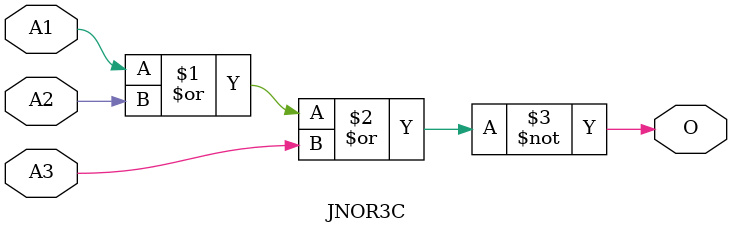
<source format=v>

/******************************************************************************/ 
/*                                                                            */ 
/* Copyright (c) 1999 Sun Microsystems, Inc. All rights reserved.             */ 
/*                                                                            */ 
/* The contents of this file are subject to the current version of the Sun    */ 
/* Community Source License, microSPARCII ("the License"). You may not use    */ 
/* this file except in compliance with the License.  You may obtain a copy    */ 
/* of the License by searching for "Sun Community Source License" on the      */ 
/* World Wide Web at http://www.sun.com. See the License for the rights,      */ 
/* obligations, and limitations governing use of the contents of this file.   */ 
/*                                                                            */ 
/* Sun Microsystems, Inc. has intellectual property rights relating to the    */ 
/* technology embodied in these files. In particular, and without limitation, */ 
/* these intellectual property rights may include one or more U.S. patents,   */ 
/* foreign patents, or pending applications.                                  */ 
/*                                                                            */ 
/* Sun, Sun Microsystems, the Sun logo, all Sun-based trademarks and logos,   */ 
/* Solaris, Java and all Java-based trademarks and logos are trademarks or    */ 
/* registered trademarks of Sun Microsystems, Inc. in the United States and   */ 
/* other countries. microSPARC is a trademark or registered trademark of      */ 
/* SPARC International, Inc. All SPARC trademarks are used under license and  */ 
/* are trademarks or registered trademarks of SPARC International, Inc. in    */ 
/* the United States and other countries. Products bearing SPARC trademarks   */ 
/* are based upon an architecture developed by Sun Microsystems, Inc.         */ 
/*                                                                            */ 
/******************************************************************************/ 
/***************************************************************************
****************************************************************************
***
***  Program File:  @(#)sc.v
***
****************************************************************************
****************************************************************************/

// ******************************************

//
//	Power Clip Cells
//

module N1Z000( O );     // 0 Clip /
    output  O;
assign O = 1'b0;
endmodule


module N1Z001( O );     // 1 Clip /
    output  O;
assign O = 1'b1;
endmodule

// 1-bit Half Adder
module JHAD1A(A, B, S, CO);
input   A;
input   B;
output  S;
output  CO;
xor g0(S, A, B);
and g1(CO, A, B);
endmodule

// 1-bit Full Adder
module JFAD1A(A, B, CI, S, CO);
input   A;
input   B;
input   CI;
output  S;
output  CO;
xor g0(S, A, B, CI);
and g1(w3, A, B);
or g2(w8, A, B);
and g3(w6, CI, w8);
or g4(CO, w3, w6);
endmodule

// Power Buffer
module JBUFC(A, O);
input   A;
output  O;
buf g0(O, A);
endmodule

// Double Power Buffer
module JBUFD(A, O);
input   A;
output  O;
buf g0(O, A);
endmodule

// Standard Inverter
module JINVA(A, O);
input   A;           // this is the input
output  O;
not g0(O, A);
endmodule

// Power Inverter
module JINVB(A, O);
input   A;
output  O;
not g0(O, A);
endmodule

// Double Power Inverter
module JINVC(A, O);
input   A;
output  O;
not g0(O, A);
endmodule

// Triple Power Inverter
module JINVD(A, O);
input   A;
output  O;
not g0(O, A);
endmodule

// 2-2 AOI
module JD22A(A1, A2, B1, B2, O);
input   A1;
input   A2;
input   B1;
input   B2;
output  O;
and g0(w0, A1, A2);
and g1(w3, B1, B2);
nor g2(O, w0, w3);
endmodule

// 2-2-2 AOI
module JD222A(A1, A2, B1, B2, C1, C2, O);
input   A1;
input   A2;
input   B1;
input   B2;
input   C1;
input   C2;
output  O;
and g0(w0, A1, A2);
and g1(w3, B1, B2);
and g2(w6, C1, C2);
nor g3(O, w0, w3, w6);
endmodule

// 2-2 AO
module JDB22A(A1, A2, B1, B2, O);
input   A1;
input   A2;
input   B1;
input   B2;
output  O;
and g0(w0, A1, A2);
and g1(w3, B1, B2);
or g2(O, w0, w3);
endmodule

// Non-inverting 2:1 Mux
module AMUX2A(A, B, S, O);
input   A;
input   B;
input   S;
output  O;
wire w1_;

UDP_MUX21 udp_mux(w1_, A,B, S);
not	  g1(O, w1_);
endmodule

// 2-input Exclusive OR
module JXOR2A(A1, A2, O);
input   A1;
input   A2;
output  O;
xor g0(O, A1, A2);
endmodule

// Power 2-input Exclusive OR
module JXOR2B(A1, A2, O);
input   A1;
input   A2;
output  O;
xor g0(O, A1, A2);
endmodule

// 3-input Exclusive OR
module JXOR3A(A1, A2, A3, O);
input   A1;
input   A2;
input   A3;
output  O;
xor g0(O, A1, A2, A3);
endmodule

// Power 2-input Exclusive NOR
module JXNOR2B(A1, A2, O);
input   A1;
input   A2;
output  O;
xnor g0(O, A1, A2);
endmodule

// 1-bit D Flip-Flop  with scan and hold
module ASFFHA(D, CK, H, SM, SI, Q, XQ, SO);
input   D;
input   CK;
input   H;
input   SM;
input   SI;
output  Q;
output  XQ;
output  SO;
and g0(w1, H, IQ);
not g1(w5, H);
and g2(w4, w5, D);
or g3(w0, w1, w4);
fj_dff_e_muxscan    g4(IQ, w0, SI, SM, CK);
buf g5(Q, IQ);
not g6(XQ, IQ);
buf g7(SO, IQ);
endmodule
// 2:1 Selector
module JMUX2A(A, B, S, O);
input   A;
input   B;
input   S;
output  O;
UDP_MUX21 udp_mux(O, A,B, S);

endmodule

// 4:1 Selector
module AMUX4A(I1, I2, I3, I4, S0, S1, O);
input   I1;
input   I2;
input   I3;
input   I4;
input   S0;
input   S1;
output  O;
not g0(w2, S0);
not g1(w3, S1);
and g2(w0, I1, w2, w3);
not g3(w7, S1);
and g4(w4, I2, S0, w7);
not g5(w10, S0);
and g6(w8, I3, w10, S1);
and g7(w12, I4, S0, S1);
or g8(O, w0, w4, w8, w12);
endmodule
// Double Power 8-Input NOR Gate
module JNOR8C(A1, A2, A3, A4, A5, A6, A7, A8, O);
input   A1;
input   A2;
input   A3;
input   A4;
input   A5;
input   A6;
input   A7;
input   A8;
output  O;
nor g0(O, A1, A2, A3, A4, A5, A6, A7, A8);
endmodule

// 1-bit D Flip-Flop
module JDFFA(D, CK, Q, XQ);
input   D;
input   CK;
output  Q;
output  XQ;
fj_dff_e    g0(IQ, D, CK);
buf g1(Q, IQ);
not g2(XQ, IQ);
endmodule

// 1-2 OAI
module JG12A(A1, A2, B, O);
input   A1;
input   A2;
input   B;
output  O;
or g0(w0, A1, A2);
nand g1(O, w0, B);
endmodule

// Power 2-Input AND Gate
module JAND2B(A1, A2, O);
input   A1;
input   A2;
output  O;
and g0(O, A1, A2);
endmodule

// Power 3-Input AND Gate
module JAND3B(A1, A2, A3, O);
input   A1;
input   A2;
input   A3;
output  O;
and g0(O, A1, A2, A3);
endmodule

// Power 4-Input AND Gate
module JAND4B(A1, A2, A3, A4, O);
input   A1;
input   A2;
input   A3;
input   A4;
output  O;
and g0(O, A1, A2, A3, A4);
endmodule

// Power 8-Input AND Gate
module JAND8B(A1, A2, A3, A4, A5, A6, A7, A8, O);
input   A1;
input   A2;
input   A3;
input   A4;
input   A5;
input   A6;
input   A7;
input   A8;
output  O;
and g0(O, A1, A2, A3, A4, A5, A6, A7, A8);
endmodule

// 2-Input NAND Gate
module JNAND2A(A1, A2, O);
input   A1;
input   A2;
output  O;
nand g0(O, A1, A2);
endmodule

// Power 2-Input NAND Gate
module JNAND2B(A1, A2, O);
input   A1;
input   A2;
output  O;
nand g0(O, A1, A2);
endmodule

// 3-Input NAND Gate
module JNAND3A(A1, A2, A3, O);
input   A1;
input   A2;
input   A3;
output  O;
nand g0(O, A1, A2, A3);
endmodule

// Power 3-Input NAND Gate
module JNAND3B(A1, A2, A3, O);
input   A1;
input   A2;
input   A3;
output  O;
nand g0(O, A1, A2, A3);
endmodule

// 4-Input NAND Gate
module JNAND4A(A1, A2, A3, A4, O);
input   A1;
input   A2;
input   A3;
input   A4;
output  O;
nand g0(O, A1, A2, A3, A4);
endmodule

// Double Power 6-Input NAND Gate
module JNAND6C(A1, A2, A3, A4, A5, A6, O);
input   A1;
input   A2;
input   A3;
input   A4;
input   A5;
input   A6;
output  O;
nand g0(O, A1, A2, A3, A4, A5, A6);
endmodule

// Double Power 8-Input NAND Gate
module JNAND8C(A1, A2, A3, A4, A5, A6, A7, A8, O);
input   A1;
input   A2;
input   A3;
input   A4;
input   A5;
input   A6;
input   A7;
input   A8;
output  O;
nand g0(O, A1, A2, A3, A4, A5, A6, A7, A8);
endmodule


// Power 2-Input OR Gate
module JOR2B(A1, A2, O);
input   A1;
input   A2;
output  O;
or g0(O, A1, A2);
endmodule

// Power 3-Input OR Gate
module JOR3B(A1, A2, A3, O);
input   A1;
input   A2;
input   A3;
output  O;
or g0(O, A1, A2, A3);
endmodule

// Power 4-Input OR Gate
module JOR4B(A1, A2, A3, A4, O);
input   A1;
input   A2;
input   A3;
input   A4;
output  O;
or g0(O, A1, A2, A3, A4);
endmodule

// Double Power 8-Input OR Gate
module JOR8B(A1, A2, A3, A4, A5, A6, A7, A8, O);
input   A1;
input   A2;
input   A3;
input   A4;
input   A5;
input   A6;
input   A7;
input   A8;
output  O;
or g0(O, A1, A2, A3, A4, A5, A6, A7, A8);
endmodule

// 2-Input NOR Gate
module JNOR2A(A1, A2, O);
input   A1;
input   A2;
output  O;
nor g0(O, A1, A2);
endmodule

// Power 2-Input NOR Gate
module JNOR2B(A1, A2, O);
input   A1;
input   A2;
output  O;
nor g0(O, A1, A2);
endmodule

// 3-Input NOR Gate
module JNOR3A(A1, A2, A3, O);
input   A1;
input   A2;
input   A3;
output  O;
nor g0(O, A1, A2, A3);
endmodule

// Power 4-Input NOR Gate
module JNOR4B(A1, A2, A3, A4, O);
input   A1;
input   A2;
input   A3;
input   A4;
output  O;
nor g0(O, A1, A2, A3, A4);
endmodule

// Double Power 2-Input NOR Gate
module JNOR2C(A1, A2, O);
input   A1;
input   A2;
output  O;
nor g0(O, A1, A2);
endmodule

// Double Power 3-Input NOR Gate
module JNOR3C(A1, A2, A3, O);
input   A1;
input   A2;
input   A3;
output  O;
nor g0(O, A1, A2, A3);
endmodule




</source>
